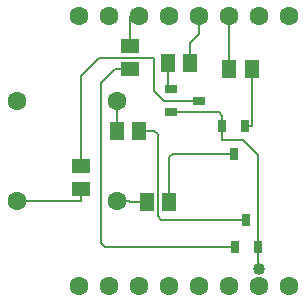
<source format=gbr>
G04 DipTrace 3.2.0.1*
G04 Top.gbr*
%MOIN*%
G04 #@! TF.FileFunction,Copper,L1,Top*
G04 #@! TF.Part,Single*
G04 #@! TA.AperFunction,Conductor*
%ADD13C,0.006299*%
G04 #@! TA.AperFunction,ComponentPad*
%ADD15C,0.062992*%
%ADD17R,0.025591X0.041339*%
%ADD19R,0.041339X0.025591*%
%ADD20R,0.059055X0.051181*%
%ADD21R,0.051181X0.059055*%
G04 #@! TA.AperFunction,ViaPad*
%ADD22C,0.04*%
%FSLAX26Y26*%
G04*
G70*
G90*
G75*
G01*
G04 Top*
%LPD*%
X844892Y1247601D2*
D13*
Y1347638D1*
X876123D1*
X1076123D2*
Y1289803D1*
X1044682Y1258362D1*
Y1191357D1*
X1176123Y1347638D2*
Y1281504D1*
X1176108Y1281488D1*
Y1172609D1*
X1152735Y980504D2*
Y1016465D1*
X1140136Y1029063D1*
X982378D1*
X1269659Y578921D2*
Y885328D1*
X1219853Y935134D1*
X1152735D1*
Y980504D1*
X1276122Y505433D2*
X1269659Y511896D1*
Y578921D1*
X801147Y1066370D2*
Y966381D1*
X801336D1*
X467081Y732304D2*
X682504D1*
Y772745D1*
X801147Y732304D2*
X842094D1*
X845493Y728906D1*
X901325D1*
X844892Y1172798D2*
X795087D1*
X747602Y1125314D1*
Y591520D1*
X760201Y578921D1*
X1194856D1*
X982378Y1103866D2*
X969879D1*
Y1191357D1*
X1227538Y980504D2*
X1250911D1*
Y1172609D1*
X876139Y966381D2*
X923768D1*
X936366Y953782D1*
Y682072D1*
X948966Y669472D1*
X1232257D1*
X682504Y847549D2*
Y1147706D1*
X742542Y1207744D1*
X926134D1*
Y1097617D1*
X957286Y1066465D1*
X1072929D1*
X1190136Y889953D2*
X988728D1*
X976129Y877353D1*
Y728906D1*
D22*
X1276122Y505433D3*
D15*
X801147Y1066370D3*
Y732304D3*
X467081D3*
Y1066370D3*
D17*
X1194856Y578921D3*
X1269659D3*
X1232257Y669472D3*
D19*
X982378Y1103866D3*
Y1029063D3*
X1072929Y1066465D3*
D17*
X1227538Y980504D3*
X1152735D3*
X1190136Y889953D3*
D20*
X844892Y1247601D3*
Y1172798D3*
D21*
X1044682Y1191357D3*
X969879D3*
X1176108Y1172609D3*
X1250911D3*
X876139Y966381D3*
X801336D3*
D20*
X682504Y847549D3*
Y772745D3*
D21*
X976129Y728906D3*
X901325D3*
D15*
X676123Y447638D3*
X776123D3*
X876123D3*
X976123D3*
X1076123D3*
X1176123D3*
X1276123D3*
X1376123D3*
Y1347638D3*
X1276123D3*
X1176123D3*
X1076123D3*
X976123D3*
X876123D3*
X776123D3*
X676123D3*
M02*

</source>
